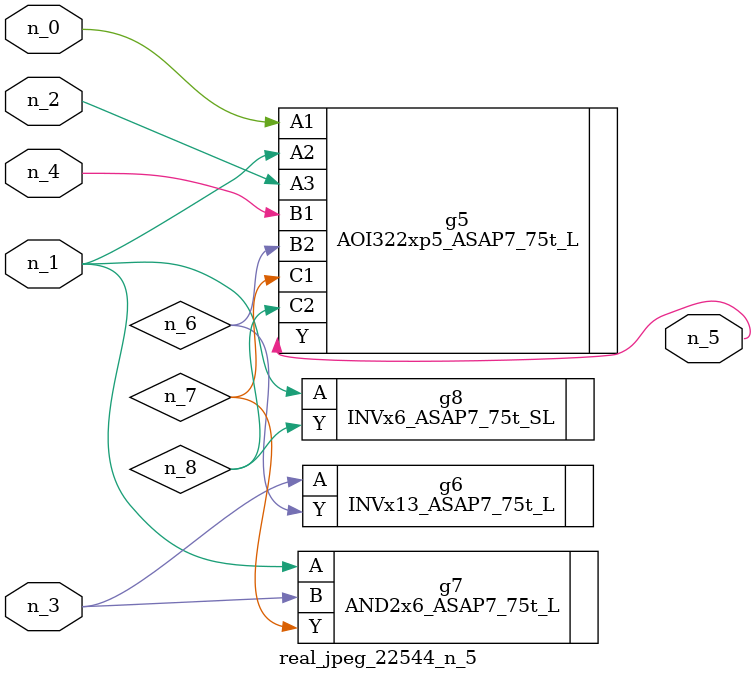
<source format=v>
module real_jpeg_22544_n_5 (n_4, n_0, n_1, n_2, n_3, n_5);

input n_4;
input n_0;
input n_1;
input n_2;
input n_3;

output n_5;

wire n_8;
wire n_6;
wire n_7;

AOI322xp5_ASAP7_75t_L g5 ( 
.A1(n_0),
.A2(n_1),
.A3(n_2),
.B1(n_4),
.B2(n_6),
.C1(n_7),
.C2(n_8),
.Y(n_5)
);

AND2x6_ASAP7_75t_L g7 ( 
.A(n_1),
.B(n_3),
.Y(n_7)
);

INVx6_ASAP7_75t_SL g8 ( 
.A(n_1),
.Y(n_8)
);

INVx13_ASAP7_75t_L g6 ( 
.A(n_3),
.Y(n_6)
);


endmodule
</source>
